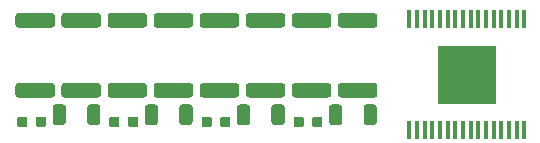
<source format=gbs>
G04 #@! TF.GenerationSoftware,KiCad,Pcbnew,7.0.9*
G04 #@! TF.CreationDate,2024-03-10T06:33:53+03:00*
G04 #@! TF.ProjectId,hellen1-mcz33810,68656c6c-656e-4312-9d6d-637a33333831,rev?*
G04 #@! TF.SameCoordinates,PX507d780PY4a62f80*
G04 #@! TF.FileFunction,Soldermask,Bot*
G04 #@! TF.FilePolarity,Negative*
%FSLAX46Y46*%
G04 Gerber Fmt 4.6, Leading zero omitted, Abs format (unit mm)*
G04 Created by KiCad (PCBNEW 7.0.9) date 2024-03-10 06:33:53*
%MOMM*%
%LPD*%
G01*
G04 APERTURE LIST*
%ADD10R,4.953000X4.953000*%
%ADD11R,0.431800X1.600200*%
G04 APERTURE END LIST*
D10*
G04 #@! TO.C,U801*
X38850000Y6300000D03*
D11*
X33973200Y1601000D03*
X34633600Y1601000D03*
X35268600Y1601000D03*
X35929000Y1601000D03*
X36564000Y1601000D03*
X37224400Y1601000D03*
X37884800Y1601000D03*
X38519800Y1601000D03*
X39180200Y1601000D03*
X39815200Y1601000D03*
X40475600Y1601000D03*
X41136000Y1601000D03*
X41771000Y1601000D03*
X42431400Y1601000D03*
X43066400Y1601000D03*
X43726800Y1601000D03*
X43726800Y10999000D03*
X43066400Y10999000D03*
X42431400Y10999000D03*
X41771000Y10999000D03*
X41136000Y10999000D03*
X40475600Y10999000D03*
X39815200Y10999000D03*
X39180200Y10999000D03*
X38519800Y10999000D03*
X37884800Y10999000D03*
X37224400Y10999000D03*
X36564000Y10999000D03*
X35929000Y10999000D03*
X35268600Y10999000D03*
X34633600Y10999000D03*
X33973200Y10999000D03*
G04 #@! TD*
G04 #@! TO.C,R817*
G36*
G01*
X24275000Y11512500D02*
X27125000Y11512500D01*
G75*
G02*
X27375000Y11262500I0J-250000D01*
G01*
X27375000Y10537500D01*
G75*
G02*
X27125000Y10287500I-250000J0D01*
G01*
X24275000Y10287500D01*
G75*
G02*
X24025000Y10537500I0J250000D01*
G01*
X24025000Y11262500D01*
G75*
G02*
X24275000Y11512500I250000J0D01*
G01*
G37*
G36*
G01*
X24275000Y5587500D02*
X27125000Y5587500D01*
G75*
G02*
X27375000Y5337500I0J-250000D01*
G01*
X27375000Y4612500D01*
G75*
G02*
X27125000Y4362500I-250000J0D01*
G01*
X24275000Y4362500D01*
G75*
G02*
X24025000Y4612500I0J250000D01*
G01*
X24025000Y5337500D01*
G75*
G02*
X24275000Y5587500I250000J0D01*
G01*
G37*
G04 #@! TD*
G04 #@! TO.C,R816*
G36*
G01*
X16475000Y11512500D02*
X19325000Y11512500D01*
G75*
G02*
X19575000Y11262500I0J-250000D01*
G01*
X19575000Y10537500D01*
G75*
G02*
X19325000Y10287500I-250000J0D01*
G01*
X16475000Y10287500D01*
G75*
G02*
X16225000Y10537500I0J250000D01*
G01*
X16225000Y11262500D01*
G75*
G02*
X16475000Y11512500I250000J0D01*
G01*
G37*
G36*
G01*
X16475000Y5587500D02*
X19325000Y5587500D01*
G75*
G02*
X19575000Y5337500I0J-250000D01*
G01*
X19575000Y4612500D01*
G75*
G02*
X19325000Y4362500I-250000J0D01*
G01*
X16475000Y4362500D01*
G75*
G02*
X16225000Y4612500I0J250000D01*
G01*
X16225000Y5337500D01*
G75*
G02*
X16475000Y5587500I250000J0D01*
G01*
G37*
G04 #@! TD*
G04 #@! TO.C,R815*
G36*
G01*
X8675000Y11512500D02*
X11525000Y11512500D01*
G75*
G02*
X11775000Y11262500I0J-250000D01*
G01*
X11775000Y10537500D01*
G75*
G02*
X11525000Y10287500I-250000J0D01*
G01*
X8675000Y10287500D01*
G75*
G02*
X8425000Y10537500I0J250000D01*
G01*
X8425000Y11262500D01*
G75*
G02*
X8675000Y11512500I250000J0D01*
G01*
G37*
G36*
G01*
X8675000Y5587500D02*
X11525000Y5587500D01*
G75*
G02*
X11775000Y5337500I0J-250000D01*
G01*
X11775000Y4612500D01*
G75*
G02*
X11525000Y4362500I-250000J0D01*
G01*
X8675000Y4362500D01*
G75*
G02*
X8425000Y4612500I0J250000D01*
G01*
X8425000Y5337500D01*
G75*
G02*
X8675000Y5587500I250000J0D01*
G01*
G37*
G04 #@! TD*
G04 #@! TO.C,R814*
G36*
G01*
X875000Y5587500D02*
X3725000Y5587500D01*
G75*
G02*
X3975000Y5337500I0J-250000D01*
G01*
X3975000Y4612500D01*
G75*
G02*
X3725000Y4362500I-250000J0D01*
G01*
X875000Y4362500D01*
G75*
G02*
X625000Y4612500I0J250000D01*
G01*
X625000Y5337500D01*
G75*
G02*
X875000Y5587500I250000J0D01*
G01*
G37*
G36*
G01*
X875000Y11512500D02*
X3725000Y11512500D01*
G75*
G02*
X3975000Y11262500I0J-250000D01*
G01*
X3975000Y10537500D01*
G75*
G02*
X3725000Y10287500I-250000J0D01*
G01*
X875000Y10287500D01*
G75*
G02*
X625000Y10537500I0J250000D01*
G01*
X625000Y11262500D01*
G75*
G02*
X875000Y11512500I250000J0D01*
G01*
G37*
G04 #@! TD*
G04 #@! TO.C,R813*
G36*
G01*
X30100000Y2275000D02*
X30100000Y3525000D01*
G75*
G02*
X30350000Y3775000I250000J0D01*
G01*
X30975000Y3775000D01*
G75*
G02*
X31225000Y3525000I0J-250000D01*
G01*
X31225000Y2275000D01*
G75*
G02*
X30975000Y2025000I-250000J0D01*
G01*
X30350000Y2025000D01*
G75*
G02*
X30100000Y2275000I0J250000D01*
G01*
G37*
G36*
G01*
X27175000Y2275000D02*
X27175000Y3525000D01*
G75*
G02*
X27425000Y3775000I250000J0D01*
G01*
X28050000Y3775000D01*
G75*
G02*
X28300000Y3525000I0J-250000D01*
G01*
X28300000Y2275000D01*
G75*
G02*
X28050000Y2025000I-250000J0D01*
G01*
X27425000Y2025000D01*
G75*
G02*
X27175000Y2275000I0J250000D01*
G01*
G37*
G04 #@! TD*
G04 #@! TO.C,R812*
G36*
G01*
X28175000Y5587500D02*
X31025000Y5587500D01*
G75*
G02*
X31275000Y5337500I0J-250000D01*
G01*
X31275000Y4612500D01*
G75*
G02*
X31025000Y4362500I-250000J0D01*
G01*
X28175000Y4362500D01*
G75*
G02*
X27925000Y4612500I0J250000D01*
G01*
X27925000Y5337500D01*
G75*
G02*
X28175000Y5587500I250000J0D01*
G01*
G37*
G36*
G01*
X28175000Y11512500D02*
X31025000Y11512500D01*
G75*
G02*
X31275000Y11262500I0J-250000D01*
G01*
X31275000Y10537500D01*
G75*
G02*
X31025000Y10287500I-250000J0D01*
G01*
X28175000Y10287500D01*
G75*
G02*
X27925000Y10537500I0J250000D01*
G01*
X27925000Y11262500D01*
G75*
G02*
X28175000Y11512500I250000J0D01*
G01*
G37*
G04 #@! TD*
G04 #@! TO.C,R811*
G36*
G01*
X22300000Y2275000D02*
X22300000Y3525000D01*
G75*
G02*
X22550000Y3775000I250000J0D01*
G01*
X23175000Y3775000D01*
G75*
G02*
X23425000Y3525000I0J-250000D01*
G01*
X23425000Y2275000D01*
G75*
G02*
X23175000Y2025000I-250000J0D01*
G01*
X22550000Y2025000D01*
G75*
G02*
X22300000Y2275000I0J250000D01*
G01*
G37*
G36*
G01*
X19375000Y2275000D02*
X19375000Y3525000D01*
G75*
G02*
X19625000Y3775000I250000J0D01*
G01*
X20250000Y3775000D01*
G75*
G02*
X20500000Y3525000I0J-250000D01*
G01*
X20500000Y2275000D01*
G75*
G02*
X20250000Y2025000I-250000J0D01*
G01*
X19625000Y2025000D01*
G75*
G02*
X19375000Y2275000I0J250000D01*
G01*
G37*
G04 #@! TD*
G04 #@! TO.C,R810*
G36*
G01*
X20375000Y11512500D02*
X23225000Y11512500D01*
G75*
G02*
X23475000Y11262500I0J-250000D01*
G01*
X23475000Y10537500D01*
G75*
G02*
X23225000Y10287500I-250000J0D01*
G01*
X20375000Y10287500D01*
G75*
G02*
X20125000Y10537500I0J250000D01*
G01*
X20125000Y11262500D01*
G75*
G02*
X20375000Y11512500I250000J0D01*
G01*
G37*
G36*
G01*
X20375000Y5587500D02*
X23225000Y5587500D01*
G75*
G02*
X23475000Y5337500I0J-250000D01*
G01*
X23475000Y4612500D01*
G75*
G02*
X23225000Y4362500I-250000J0D01*
G01*
X20375000Y4362500D01*
G75*
G02*
X20125000Y4612500I0J250000D01*
G01*
X20125000Y5337500D01*
G75*
G02*
X20375000Y5587500I250000J0D01*
G01*
G37*
G04 #@! TD*
G04 #@! TO.C,R809*
G36*
G01*
X14500000Y2275000D02*
X14500000Y3525000D01*
G75*
G02*
X14750000Y3775000I250000J0D01*
G01*
X15375000Y3775000D01*
G75*
G02*
X15625000Y3525000I0J-250000D01*
G01*
X15625000Y2275000D01*
G75*
G02*
X15375000Y2025000I-250000J0D01*
G01*
X14750000Y2025000D01*
G75*
G02*
X14500000Y2275000I0J250000D01*
G01*
G37*
G36*
G01*
X11575000Y2275000D02*
X11575000Y3525000D01*
G75*
G02*
X11825000Y3775000I250000J0D01*
G01*
X12450000Y3775000D01*
G75*
G02*
X12700000Y3525000I0J-250000D01*
G01*
X12700000Y2275000D01*
G75*
G02*
X12450000Y2025000I-250000J0D01*
G01*
X11825000Y2025000D01*
G75*
G02*
X11575000Y2275000I0J250000D01*
G01*
G37*
G04 #@! TD*
G04 #@! TO.C,R808*
G36*
G01*
X12575000Y11512500D02*
X15425000Y11512500D01*
G75*
G02*
X15675000Y11262500I0J-250000D01*
G01*
X15675000Y10537500D01*
G75*
G02*
X15425000Y10287500I-250000J0D01*
G01*
X12575000Y10287500D01*
G75*
G02*
X12325000Y10537500I0J250000D01*
G01*
X12325000Y11262500D01*
G75*
G02*
X12575000Y11512500I250000J0D01*
G01*
G37*
G36*
G01*
X12575000Y5587500D02*
X15425000Y5587500D01*
G75*
G02*
X15675000Y5337500I0J-250000D01*
G01*
X15675000Y4612500D01*
G75*
G02*
X15425000Y4362500I-250000J0D01*
G01*
X12575000Y4362500D01*
G75*
G02*
X12325000Y4612500I0J250000D01*
G01*
X12325000Y5337500D01*
G75*
G02*
X12575000Y5587500I250000J0D01*
G01*
G37*
G04 #@! TD*
G04 #@! TO.C,R807*
G36*
G01*
X6700000Y2275000D02*
X6700000Y3525000D01*
G75*
G02*
X6950000Y3775000I250000J0D01*
G01*
X7575000Y3775000D01*
G75*
G02*
X7825000Y3525000I0J-250000D01*
G01*
X7825000Y2275000D01*
G75*
G02*
X7575000Y2025000I-250000J0D01*
G01*
X6950000Y2025000D01*
G75*
G02*
X6700000Y2275000I0J250000D01*
G01*
G37*
G36*
G01*
X3775000Y2275000D02*
X3775000Y3525000D01*
G75*
G02*
X4025000Y3775000I250000J0D01*
G01*
X4650000Y3775000D01*
G75*
G02*
X4900000Y3525000I0J-250000D01*
G01*
X4900000Y2275000D01*
G75*
G02*
X4650000Y2025000I-250000J0D01*
G01*
X4025000Y2025000D01*
G75*
G02*
X3775000Y2275000I0J250000D01*
G01*
G37*
G04 #@! TD*
G04 #@! TO.C,R806*
G36*
G01*
X4775000Y5587500D02*
X7625000Y5587500D01*
G75*
G02*
X7875000Y5337500I0J-250000D01*
G01*
X7875000Y4612500D01*
G75*
G02*
X7625000Y4362500I-250000J0D01*
G01*
X4775000Y4362500D01*
G75*
G02*
X4525000Y4612500I0J250000D01*
G01*
X4525000Y5337500D01*
G75*
G02*
X4775000Y5587500I250000J0D01*
G01*
G37*
G36*
G01*
X4775000Y11512500D02*
X7625000Y11512500D01*
G75*
G02*
X7875000Y11262500I0J-250000D01*
G01*
X7875000Y10537500D01*
G75*
G02*
X7625000Y10287500I-250000J0D01*
G01*
X4775000Y10287500D01*
G75*
G02*
X4525000Y10537500I0J250000D01*
G01*
X4525000Y11262500D01*
G75*
G02*
X4775000Y11512500I250000J0D01*
G01*
G37*
G04 #@! TD*
G04 #@! TO.C,C809*
G36*
G01*
X25765001Y1960000D02*
X25765001Y2640000D01*
G75*
G02*
X25850001Y2725000I85000J0D01*
G01*
X26530001Y2725000D01*
G75*
G02*
X26615001Y2640000I0J-85000D01*
G01*
X26615001Y1960000D01*
G75*
G02*
X26530001Y1875000I-85000J0D01*
G01*
X25850001Y1875000D01*
G75*
G02*
X25765001Y1960000I0J85000D01*
G01*
G37*
G36*
G01*
X24184999Y1960000D02*
X24184999Y2640000D01*
G75*
G02*
X24269999Y2725000I85000J0D01*
G01*
X24949999Y2725000D01*
G75*
G02*
X25034999Y2640000I0J-85000D01*
G01*
X25034999Y1960000D01*
G75*
G02*
X24949999Y1875000I-85000J0D01*
G01*
X24269999Y1875000D01*
G75*
G02*
X24184999Y1960000I0J85000D01*
G01*
G37*
G04 #@! TD*
G04 #@! TO.C,C808*
G36*
G01*
X17965001Y1960000D02*
X17965001Y2640000D01*
G75*
G02*
X18050001Y2725000I85000J0D01*
G01*
X18730001Y2725000D01*
G75*
G02*
X18815001Y2640000I0J-85000D01*
G01*
X18815001Y1960000D01*
G75*
G02*
X18730001Y1875000I-85000J0D01*
G01*
X18050001Y1875000D01*
G75*
G02*
X17965001Y1960000I0J85000D01*
G01*
G37*
G36*
G01*
X16384999Y1960000D02*
X16384999Y2640000D01*
G75*
G02*
X16469999Y2725000I85000J0D01*
G01*
X17149999Y2725000D01*
G75*
G02*
X17234999Y2640000I0J-85000D01*
G01*
X17234999Y1960000D01*
G75*
G02*
X17149999Y1875000I-85000J0D01*
G01*
X16469999Y1875000D01*
G75*
G02*
X16384999Y1960000I0J85000D01*
G01*
G37*
G04 #@! TD*
G04 #@! TO.C,C807*
G36*
G01*
X10165001Y1960000D02*
X10165001Y2640000D01*
G75*
G02*
X10250001Y2725000I85000J0D01*
G01*
X10930001Y2725000D01*
G75*
G02*
X11015001Y2640000I0J-85000D01*
G01*
X11015001Y1960000D01*
G75*
G02*
X10930001Y1875000I-85000J0D01*
G01*
X10250001Y1875000D01*
G75*
G02*
X10165001Y1960000I0J85000D01*
G01*
G37*
G36*
G01*
X8584999Y1960000D02*
X8584999Y2640000D01*
G75*
G02*
X8669999Y2725000I85000J0D01*
G01*
X9349999Y2725000D01*
G75*
G02*
X9434999Y2640000I0J-85000D01*
G01*
X9434999Y1960000D01*
G75*
G02*
X9349999Y1875000I-85000J0D01*
G01*
X8669999Y1875000D01*
G75*
G02*
X8584999Y1960000I0J85000D01*
G01*
G37*
G04 #@! TD*
G04 #@! TO.C,C806*
G36*
G01*
X2365001Y1960000D02*
X2365001Y2640000D01*
G75*
G02*
X2450001Y2725000I85000J0D01*
G01*
X3130001Y2725000D01*
G75*
G02*
X3215001Y2640000I0J-85000D01*
G01*
X3215001Y1960000D01*
G75*
G02*
X3130001Y1875000I-85000J0D01*
G01*
X2450001Y1875000D01*
G75*
G02*
X2365001Y1960000I0J85000D01*
G01*
G37*
G36*
G01*
X784999Y1960000D02*
X784999Y2640000D01*
G75*
G02*
X869999Y2725000I85000J0D01*
G01*
X1549999Y2725000D01*
G75*
G02*
X1634999Y2640000I0J-85000D01*
G01*
X1634999Y1960000D01*
G75*
G02*
X1549999Y1875000I-85000J0D01*
G01*
X869999Y1875000D01*
G75*
G02*
X784999Y1960000I0J85000D01*
G01*
G37*
G04 #@! TD*
M02*

</source>
